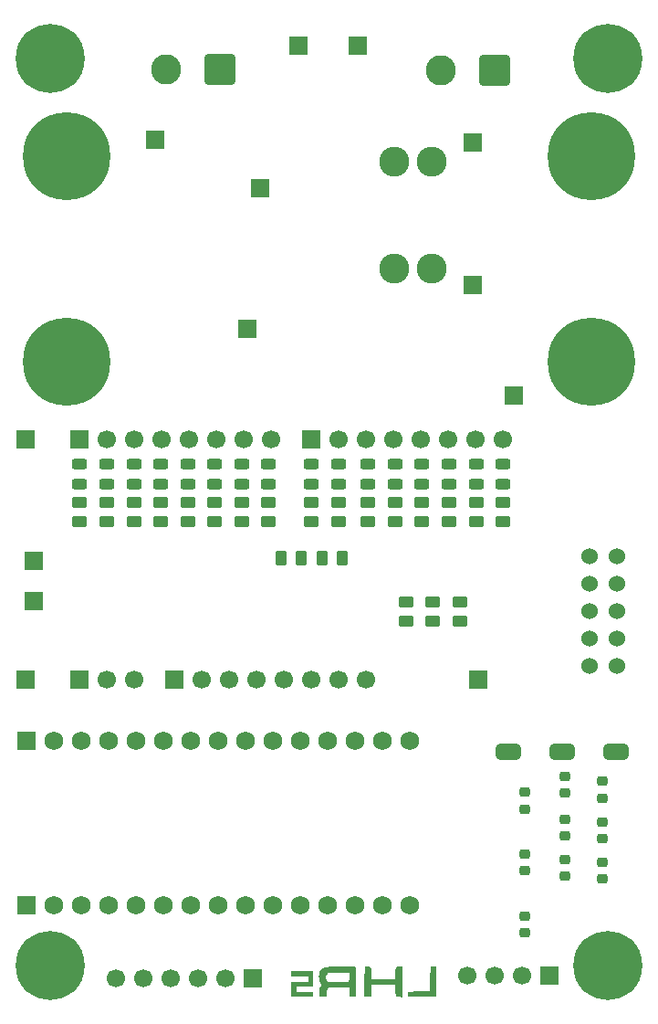
<source format=gbs>
G04 #@! TF.GenerationSoftware,KiCad,Pcbnew,9.0.3*
G04 #@! TF.CreationDate,2025-08-25T22:34:56-05:00*
G04 #@! TF.ProjectId,TestBoard_TPS27SA08-Q1,54657374-426f-4617-9264-5f5450533237,rev?*
G04 #@! TF.SameCoordinates,Original*
G04 #@! TF.FileFunction,Soldermask,Bot*
G04 #@! TF.FilePolarity,Negative*
%FSLAX46Y46*%
G04 Gerber Fmt 4.6, Leading zero omitted, Abs format (unit mm)*
G04 Created by KiCad (PCBNEW 9.0.3) date 2025-08-25 22:34:56*
%MOMM*%
%LPD*%
G01*
G04 APERTURE LIST*
G04 Aperture macros list*
%AMRoundRect*
0 Rectangle with rounded corners*
0 $1 Rounding radius*
0 $2 $3 $4 $5 $6 $7 $8 $9 X,Y pos of 4 corners*
0 Add a 4 corners polygon primitive as box body*
4,1,4,$2,$3,$4,$5,$6,$7,$8,$9,$2,$3,0*
0 Add four circle primitives for the rounded corners*
1,1,$1+$1,$2,$3*
1,1,$1+$1,$4,$5*
1,1,$1+$1,$6,$7*
1,1,$1+$1,$8,$9*
0 Add four rect primitives between the rounded corners*
20,1,$1+$1,$2,$3,$4,$5,0*
20,1,$1+$1,$4,$5,$6,$7,0*
20,1,$1+$1,$6,$7,$8,$9,0*
20,1,$1+$1,$8,$9,$2,$3,0*%
%AMFreePoly0*
4,1,23,0.500000,-0.750000,0.000000,-0.750000,0.000000,-0.745722,-0.065263,-0.745722,-0.191342,-0.711940,-0.304381,-0.646677,-0.396677,-0.554381,-0.461940,-0.441342,-0.495722,-0.315263,-0.495722,-0.250000,-0.500000,-0.250000,-0.500000,0.250000,-0.495722,0.250000,-0.495722,0.315263,-0.461940,0.441342,-0.396677,0.554381,-0.304381,0.646677,-0.191342,0.711940,-0.065263,0.745722,0.000000,0.745722,
0.000000,0.750000,0.500000,0.750000,0.500000,-0.750000,0.500000,-0.750000,$1*%
%AMFreePoly1*
4,1,23,0.000000,0.745722,0.065263,0.745722,0.191342,0.711940,0.304381,0.646677,0.396677,0.554381,0.461940,0.441342,0.495722,0.315263,0.495722,0.250000,0.500000,0.250000,0.500000,-0.250000,0.495722,-0.250000,0.495722,-0.315263,0.461940,-0.441342,0.396677,-0.554381,0.304381,-0.646677,0.191342,-0.711940,0.065263,-0.745722,0.000000,-0.745722,0.000000,-0.750000,-0.500000,-0.750000,
-0.500000,0.750000,0.000000,0.750000,0.000000,0.745722,0.000000,0.745722,$1*%
G04 Aperture macros list end*
%ADD10C,0.000000*%
%ADD11R,1.700000X1.700000*%
%ADD12C,8.115000*%
%ADD13C,1.700000*%
%ADD14RoundRect,0.250001X1.149999X1.149999X-1.149999X1.149999X-1.149999X-1.149999X1.149999X-1.149999X0*%
%ADD15C,2.800000*%
%ADD16RoundRect,0.102000X0.765000X-0.765000X0.765000X0.765000X-0.765000X0.765000X-0.765000X-0.765000X0*%
%ADD17C,1.734000*%
%ADD18C,2.780000*%
%ADD19C,6.400000*%
%ADD20C,1.524000*%
%ADD21RoundRect,0.243750X0.456250X-0.243750X0.456250X0.243750X-0.456250X0.243750X-0.456250X-0.243750X0*%
%ADD22RoundRect,0.250000X-0.450000X0.262500X-0.450000X-0.262500X0.450000X-0.262500X0.450000X0.262500X0*%
%ADD23RoundRect,0.225000X-0.250000X0.225000X-0.250000X-0.225000X0.250000X-0.225000X0.250000X0.225000X0*%
%ADD24RoundRect,0.250000X-0.262500X-0.450000X0.262500X-0.450000X0.262500X0.450000X-0.262500X0.450000X0*%
%ADD25FreePoly0,0.000000*%
%ADD26FreePoly1,0.000000*%
G04 APERTURE END LIST*
G36*
X166600000Y-114750000D02*
G01*
X166900000Y-114750000D01*
X166900000Y-113250000D01*
X166600000Y-113250000D01*
X166600000Y-114750000D01*
G37*
G36*
X161600000Y-114750000D02*
G01*
X161900000Y-114750000D01*
X161900000Y-113250000D01*
X161600000Y-113250000D01*
X161600000Y-114750000D01*
G37*
G36*
X156600000Y-114750000D02*
G01*
X156900000Y-114750000D01*
X156900000Y-113250000D01*
X156600000Y-113250000D01*
X156600000Y-114750000D01*
G37*
D10*
G36*
X150092166Y-135311488D02*
G01*
X150105562Y-136710000D01*
X148769249Y-136710000D01*
X147432936Y-136710000D01*
X147432936Y-136459059D01*
X147432936Y-136208119D01*
X148453472Y-136194476D01*
X149474007Y-136180833D01*
X149499206Y-135046905D01*
X149524404Y-133912976D01*
X149801587Y-133912976D01*
X150078769Y-133912976D01*
X150092166Y-135311488D01*
G37*
G36*
X138650000Y-135038968D02*
G01*
X138650000Y-135744524D01*
X137868849Y-135744524D01*
X137087699Y-135744524D01*
X137087699Y-135996508D01*
X137087699Y-136248492D01*
X137868849Y-136248492D01*
X138650000Y-136248492D01*
X138650000Y-136475278D01*
X138650000Y-136702063D01*
X137642064Y-136702063D01*
X136634127Y-136702063D01*
X136634127Y-135996508D01*
X136634127Y-135290952D01*
X137415278Y-135290952D01*
X138196429Y-135290952D01*
X138196429Y-135038968D01*
X138196429Y-134786984D01*
X137415278Y-134786984D01*
X136634127Y-134786984D01*
X136634127Y-134560198D01*
X136634127Y-134333413D01*
X137642064Y-134333413D01*
X138650000Y-134333413D01*
X138650000Y-135038968D01*
G37*
G36*
X143920010Y-133897105D02*
G01*
X143996219Y-133946509D01*
X144038229Y-134049779D01*
X144057939Y-134222555D01*
X144067248Y-134480474D01*
X144081547Y-135021706D01*
X145165079Y-135021706D01*
X146248611Y-135021706D01*
X146263153Y-134520561D01*
X146269124Y-134383801D01*
X146285949Y-134181243D01*
X146308725Y-134028573D01*
X146334272Y-133951244D01*
X146339637Y-133945420D01*
X146448210Y-133902861D01*
X146647309Y-133898025D01*
X146903769Y-133912976D01*
X146917170Y-135313914D01*
X146930571Y-136714851D01*
X146614789Y-136699826D01*
X146299007Y-136684801D01*
X146284749Y-136116859D01*
X146270490Y-135548916D01*
X145176018Y-135562494D01*
X144081547Y-135576071D01*
X144067297Y-136143036D01*
X144053048Y-136710000D01*
X143726322Y-136710000D01*
X143399596Y-136710000D01*
X143412992Y-135311488D01*
X143426388Y-133912976D01*
X143623172Y-133896870D01*
X143797702Y-133885930D01*
X143920010Y-133897105D01*
G37*
G36*
X142645238Y-135325047D02*
G01*
X142645238Y-136710000D01*
X142317658Y-136710000D01*
X141990079Y-136710000D01*
X141990079Y-136281627D01*
X141990079Y-135853254D01*
X141036197Y-135853254D01*
X140082315Y-135853254D01*
X139977864Y-135986042D01*
X139928102Y-136064351D01*
X139885658Y-136207713D01*
X139873412Y-136414415D01*
X139873412Y-136710000D01*
X139539668Y-136710000D01*
X139205924Y-136710000D01*
X139227562Y-136257429D01*
X139229366Y-136220905D01*
X139244684Y-136003634D01*
X139267770Y-135858775D01*
X139304437Y-135761351D01*
X139360501Y-135686385D01*
X139369712Y-135676572D01*
X139436703Y-135596382D01*
X139436870Y-135544076D01*
X139372629Y-135478160D01*
X139328578Y-135422966D01*
X139258305Y-135262348D01*
X139207812Y-135053805D01*
X139190385Y-134889462D01*
X139848214Y-134889462D01*
X139848593Y-134924497D01*
X139872805Y-135115962D01*
X139938147Y-135234093D01*
X139954651Y-135248897D01*
X140005141Y-135277551D01*
X140083859Y-135298885D01*
X140205319Y-135314404D01*
X140384035Y-135325610D01*
X140634518Y-135334007D01*
X140971281Y-135341098D01*
X140972842Y-135341126D01*
X141271655Y-135344519D01*
X141535436Y-135343761D01*
X141747756Y-135339204D01*
X141892181Y-135331199D01*
X141952281Y-135320099D01*
X141958184Y-135309012D01*
X141974458Y-135217374D01*
X141985812Y-135059653D01*
X141990079Y-134862116D01*
X141990079Y-134442143D01*
X141038122Y-134442143D01*
X140782936Y-134442554D01*
X140510760Y-134445123D01*
X140313212Y-134451247D01*
X140175186Y-134462287D01*
X140081577Y-134479601D01*
X140017280Y-134504546D01*
X139967190Y-134538484D01*
X139896590Y-134613196D01*
X139858209Y-134720129D01*
X139848214Y-134889462D01*
X139190385Y-134889462D01*
X139184219Y-134831314D01*
X139194648Y-134628856D01*
X139223307Y-134469132D01*
X139263728Y-134312094D01*
X139320818Y-134187992D01*
X139405092Y-134092721D01*
X139527066Y-134022178D01*
X139697256Y-133972257D01*
X139926177Y-133938856D01*
X140224345Y-133917869D01*
X140602275Y-133905193D01*
X141070483Y-133896724D01*
X141393611Y-133892880D01*
X141730996Y-133891106D01*
X142027153Y-133891903D01*
X142267195Y-133895150D01*
X142436236Y-133900726D01*
X142519392Y-133908509D01*
X142645238Y-133940095D01*
X142645238Y-134862116D01*
X142645238Y-135325047D01*
G37*
D11*
X154000000Y-107250000D03*
D12*
X164500000Y-77800000D03*
D11*
X112000000Y-107250000D03*
X124000000Y-57250000D03*
X116920000Y-107250000D03*
D13*
X119460000Y-107250000D03*
X122000000Y-107250000D03*
D14*
X155500000Y-50782500D03*
D15*
X150500000Y-50782500D03*
D11*
X132500000Y-74750000D03*
X112000000Y-85000000D03*
X112750000Y-96250000D03*
X153412500Y-70750000D03*
D16*
X112090000Y-128240000D03*
D17*
X114630000Y-128240000D03*
X117170000Y-128240000D03*
X119710000Y-128240000D03*
X122250000Y-128240000D03*
X124790000Y-128240000D03*
X127330000Y-128240000D03*
X129870000Y-128240000D03*
X132410000Y-128240000D03*
X134950000Y-128240000D03*
X137490000Y-128240000D03*
X140030000Y-128240000D03*
X142570000Y-128240000D03*
X145110000Y-128240000D03*
X147650000Y-128240000D03*
D16*
X112090000Y-113000000D03*
D17*
X114630000Y-113000000D03*
X117170000Y-113000000D03*
X119710000Y-113000000D03*
X122250000Y-113000000D03*
X124790000Y-113000000D03*
X127330000Y-113000000D03*
X129870000Y-113000000D03*
X132410000Y-113000000D03*
X134950000Y-113000000D03*
X137490000Y-113000000D03*
X140030000Y-113000000D03*
X142570000Y-113000000D03*
X145110000Y-113000000D03*
X147650000Y-113000000D03*
D11*
X153412500Y-57500000D03*
D14*
X130000000Y-50750000D03*
D15*
X125000000Y-50750000D03*
D12*
X115800000Y-77800000D03*
X164500000Y-58750000D03*
D11*
X116960000Y-85000000D03*
D13*
X119500000Y-85000000D03*
X122040000Y-85000000D03*
X124580000Y-85000000D03*
X127120000Y-85000000D03*
X129660000Y-85000000D03*
X132200000Y-85000000D03*
X134740000Y-85000000D03*
D11*
X133750000Y-61750000D03*
D18*
X146212500Y-69210000D03*
X149612500Y-69210000D03*
X146212500Y-59290000D03*
X149612500Y-59290000D03*
D11*
X142750000Y-48500000D03*
X157250000Y-81000000D03*
D19*
X166000000Y-133750000D03*
D11*
X125750000Y-107250000D03*
D13*
X128290000Y-107250000D03*
X130830000Y-107250000D03*
X133370000Y-107250000D03*
X135910000Y-107250000D03*
X138450000Y-107250000D03*
X140990000Y-107250000D03*
X143530000Y-107250000D03*
D12*
X115800000Y-58750000D03*
D11*
X137250000Y-48500000D03*
X133080000Y-135000000D03*
D13*
X130540000Y-135000000D03*
X128000000Y-135000000D03*
X125460000Y-135000000D03*
X122920000Y-135000000D03*
X120380000Y-135000000D03*
D19*
X114250000Y-49750000D03*
D11*
X112750000Y-100000000D03*
D20*
X166790000Y-95840000D03*
X164250000Y-95840000D03*
X166790000Y-98380000D03*
X164250000Y-98380000D03*
X166790000Y-100920000D03*
X164250000Y-100920000D03*
X166790000Y-103460000D03*
X164250000Y-103460000D03*
X166790000Y-106000000D03*
X164250000Y-106000000D03*
D11*
X138500000Y-85000000D03*
D13*
X141040000Y-85000000D03*
X143580000Y-85000000D03*
X146120000Y-85000000D03*
X148660000Y-85000000D03*
X151200000Y-85000000D03*
X153740000Y-85000000D03*
X156280000Y-85000000D03*
D19*
X114250000Y-133750000D03*
D11*
X160560000Y-134750000D03*
D13*
X158020000Y-134750000D03*
X155480000Y-134750000D03*
X152940000Y-134750000D03*
D19*
X166000000Y-49750000D03*
D21*
X117000000Y-89187500D03*
X117000000Y-87312500D03*
X134500000Y-89187500D03*
X134500000Y-87312500D03*
D22*
X129500000Y-90837500D03*
X129500000Y-92662500D03*
D21*
X132000000Y-89187500D03*
X132000000Y-87312500D03*
X127000000Y-89187500D03*
X127000000Y-87312500D03*
X146250000Y-89187500D03*
X146250000Y-87312500D03*
X138500000Y-89187500D03*
X138500000Y-87312500D03*
D23*
X158250000Y-117725000D03*
X158250000Y-119275000D03*
D22*
X138500000Y-90837500D03*
X138500000Y-92662500D03*
X117000000Y-90837500D03*
X117000000Y-92662500D03*
X148750000Y-90837500D03*
X148750000Y-92662500D03*
X153750000Y-90837500D03*
X153750000Y-92662500D03*
D23*
X162000000Y-116250000D03*
X162000000Y-117800000D03*
D21*
X148750000Y-89187500D03*
X148750000Y-87312500D03*
X122000000Y-89187500D03*
X122000000Y-87312500D03*
D22*
X122000000Y-90837500D03*
X122000000Y-92662500D03*
D23*
X162000000Y-123975000D03*
X162000000Y-125525000D03*
D24*
X139520000Y-96000000D03*
X141345000Y-96000000D03*
D23*
X162000000Y-120225000D03*
X162000000Y-121775000D03*
D25*
X166100000Y-114000000D03*
D26*
X167400000Y-114000000D03*
D25*
X161100000Y-114000000D03*
D26*
X162400000Y-114000000D03*
D22*
X134500000Y-90837500D03*
X134500000Y-92662500D03*
D21*
X151250000Y-89187500D03*
X151250000Y-87312500D03*
X143750000Y-89187500D03*
X143750000Y-87312500D03*
D23*
X165500000Y-120475000D03*
X165500000Y-122025000D03*
D24*
X135682500Y-96000000D03*
X137507500Y-96000000D03*
D21*
X156250000Y-89187500D03*
X156250000Y-87312500D03*
X141000000Y-89187500D03*
X141000000Y-87312500D03*
D23*
X165500000Y-116725000D03*
X165500000Y-118275000D03*
D22*
X124500000Y-90837500D03*
X124500000Y-92662500D03*
D21*
X124500000Y-89187500D03*
X124500000Y-87312500D03*
D22*
X156250000Y-90837500D03*
X156250000Y-92662500D03*
X151250000Y-90837500D03*
X151250000Y-92662500D03*
D21*
X129500000Y-89187500D03*
X129500000Y-87312500D03*
D25*
X156100000Y-114000000D03*
D26*
X157400000Y-114000000D03*
D22*
X152250000Y-100087500D03*
X152250000Y-101912500D03*
D23*
X158250000Y-129225000D03*
X158250000Y-130775000D03*
D22*
X132000000Y-90837500D03*
X132000000Y-92662500D03*
X146250000Y-90837500D03*
X146250000Y-92662500D03*
X119500000Y-90837500D03*
X119500000Y-92662500D03*
D23*
X158250000Y-123475000D03*
X158250000Y-125025000D03*
D22*
X127000000Y-90837500D03*
X127000000Y-92662500D03*
X147250000Y-100087500D03*
X147250000Y-101912500D03*
D21*
X153750000Y-89187500D03*
X153750000Y-87312500D03*
D23*
X165500000Y-124225000D03*
X165500000Y-125775000D03*
D22*
X149750000Y-100087500D03*
X149750000Y-101912500D03*
X143750000Y-90837500D03*
X143750000Y-92662500D03*
X141000000Y-90837500D03*
X141000000Y-92662500D03*
D21*
X119500000Y-89187500D03*
X119500000Y-87312500D03*
M02*

</source>
